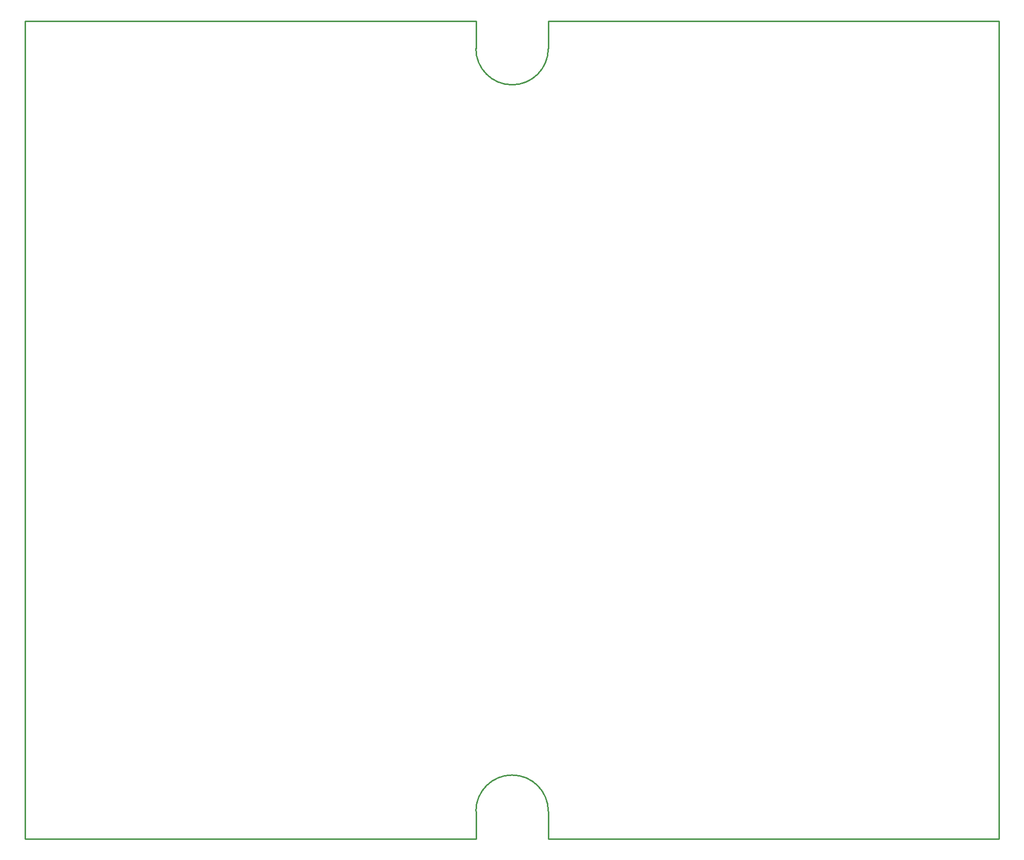
<source format=gm1>
G04    PCBFab2Solidwork
G04    Copyright (C) 2018  NhatKhai L. Nguyen
G04
G04    Please check LICENSE file for detail.
G04
G04 #@! TF.FileFunction,Profile,NP*
%FSLAX46Y46*%
G04 Gerber Fmt 4.6, Leading zero omitted, Abs format (unit mm)*
G04 Created by KiCad (PCBNEW 4.0.7) date 09/15/18 22:34:10*
%MOMM*%
%LPD*%
G01*
G04 APERTURE LIST*
%ADD10C,0.152400*%
%ADD11C,0.254000*%
G04 APERTURE END LIST*
D10*
D11*
X181178200Y-173101000D02*
X258826000Y-173101000D01*
X181178200Y-168338500D02*
X181178200Y-173101000D01*
X168706800Y-168338500D02*
X168706800Y-173101000D01*
X181178200Y-168338500D02*
G75*
G03X168706800Y-168338500I-6235700J0D01*
G01*
X181178200Y-32054800D02*
X258826000Y-32054800D01*
X168706800Y-36817300D02*
X168706800Y-32054800D01*
X181178200Y-36817300D02*
X181178200Y-32054800D01*
X181178200Y-36817300D02*
G75*
G02X168706800Y-36817300I-6235700J0D01*
G01*
X91033600Y-32054800D02*
X91033600Y-173101000D01*
X91033600Y-173101000D02*
X168706800Y-173101000D01*
X258826000Y-32054800D02*
X258826000Y-173101000D01*
X91033600Y-32054800D02*
X168706800Y-32054800D01*
M02*

</source>
